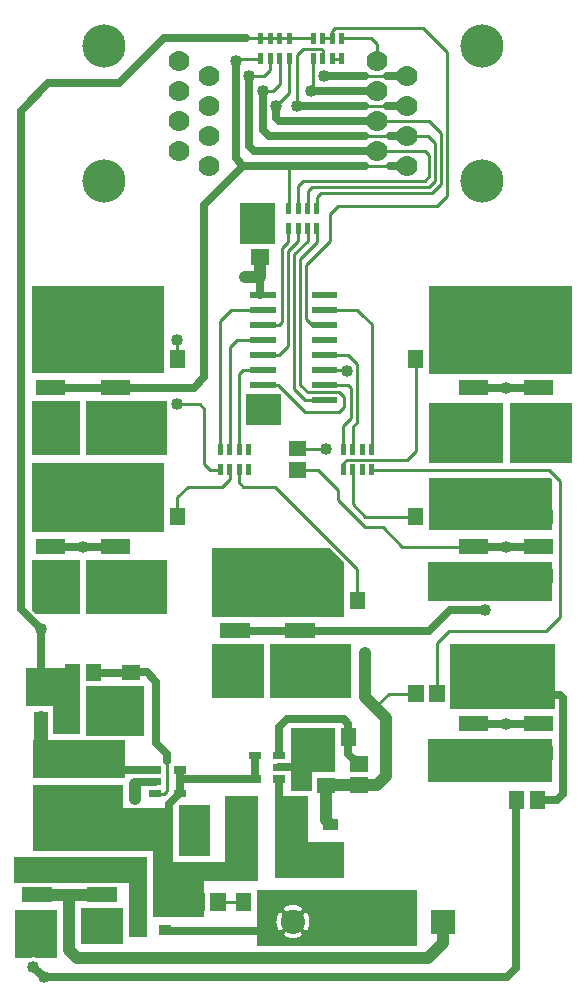
<source format=gbr>
G04 start of page 2 for group 0 idx 0 *
G04 Title: (unknown), component *
G04 Creator: pcb 20140316 *
G04 CreationDate: Wed 08 Jun 2016 07:53:43 PM GMT UTC *
G04 For: ndholmes *
G04 Format: Gerber/RS-274X *
G04 PCB-Dimensions (mil): 1900.00 3250.00 *
G04 PCB-Coordinate-Origin: lower left *
%MOIN*%
%FSLAX25Y25*%
%LNTOP*%
%ADD30C,0.0480*%
%ADD29C,0.1280*%
%ADD28C,0.0300*%
%ADD27C,0.0200*%
%ADD26R,0.0200X0.0200*%
%ADD25R,0.0167X0.0167*%
%ADD24R,0.0360X0.0360*%
%ADD23R,0.0340X0.0340*%
%ADD22R,0.0470X0.0470*%
%ADD21R,0.0230X0.0230*%
%ADD20R,0.0512X0.0512*%
%ADD19R,0.0240X0.0240*%
%ADD18C,0.0800*%
%ADD17C,0.1440*%
%ADD16C,0.0700*%
%ADD15C,0.0450*%
%ADD14C,0.0400*%
%ADD13C,0.0100*%
%ADD12C,0.0250*%
%ADD11C,0.0001*%
G54D11*G36*
X68000Y126000D02*Y149000D01*
X107379D01*
X112000Y144379D01*
Y126000D01*
X68000D01*
G37*
G36*
X140500Y172500D02*X180879D01*
X181500Y171879D01*
Y155000D01*
X140500D01*
Y172500D01*
G37*
G36*
X140000Y144500D02*X181500D01*
Y131500D01*
X159118D01*
X159000Y131509D01*
X158882Y131500D01*
X140000D01*
Y144500D01*
G37*
G36*
X140500Y236500D02*X188000D01*
Y207000D01*
X140500D01*
Y236500D01*
G37*
G36*
Y197500D02*X165000D01*
Y177500D01*
X140500D01*
Y197500D01*
G37*
G36*
X167500D02*X188000D01*
Y177500D01*
X167500D01*
Y197500D01*
G37*
G36*
X8500Y85000D02*X39000D01*
Y72500D01*
X8500D01*
Y85000D01*
G37*
G36*
Y70000D02*X38500D01*
Y57000D01*
X8500D01*
Y70000D01*
G37*
G36*
X26000Y98000D02*X43000D01*
Y86500D01*
X26000D01*
Y98000D01*
G37*
G36*
X15000Y109000D02*X24000D01*
Y87000D01*
X15000D01*
Y109000D01*
G37*
G36*
X6000D02*X24000D01*
Y96500D01*
X6000D01*
Y109000D01*
G37*
G36*
X55000Y48000D02*X8500D01*
Y62500D01*
X42382D01*
X42500Y62491D01*
X42618Y62500D01*
X55000D01*
Y48000D01*
G37*
G36*
X45500Y86500D02*X26000D01*
Y103000D01*
X45500D01*
Y86500D01*
G37*
G36*
X26000Y145000D02*X53000D01*
Y127000D01*
X26000D01*
Y145000D01*
G37*
G36*
X69500Y117000D02*X85500D01*
Y99000D01*
X69500D01*
Y117000D01*
G37*
G36*
X2500Y28500D02*X16500D01*
Y12500D01*
X9283D01*
X8986Y12571D01*
X8500Y12610D01*
X8014Y12571D01*
X7717Y12500D01*
X2500D01*
Y28500D01*
G37*
G36*
X24500Y29000D02*X38500D01*
Y17000D01*
X24500D01*
Y29000D01*
G37*
G36*
X2000Y46000D02*X38000D01*
Y37500D01*
X2000D01*
Y46000D01*
G37*
G36*
X35500D02*X46500D01*
Y37500D01*
X35500D01*
Y46000D01*
G37*
G36*
X40500D02*X46500D01*
Y19500D01*
X40500D01*
Y46000D01*
G37*
G36*
X79500Y200500D02*X90879D01*
X91000Y200379D01*
Y190000D01*
X79500D01*
Y200500D01*
G37*
G36*
X77500Y261000D02*X89000D01*
Y250500D01*
X77500D01*
Y261000D01*
G37*
G36*
Y264000D02*X89000D01*
Y253500D01*
X77500D01*
Y264000D01*
G37*
G36*
X8000Y198000D02*X24000D01*
Y180000D01*
X8000D01*
Y198000D01*
G37*
G36*
Y145000D02*X24000D01*
Y127000D01*
X9182D01*
X8000Y128182D01*
Y145000D01*
G37*
G36*
X26000Y198000D02*X53000D01*
Y180000D01*
X26000D01*
Y198000D01*
G37*
G36*
X8000Y154500D02*Y177500D01*
X52000D01*
Y154500D01*
X8000D01*
G37*
G36*
Y236500D02*X52000D01*
Y207500D01*
X8000D01*
Y236500D01*
G37*
G36*
X72500Y66500D02*X83500D01*
Y39000D01*
X72500D01*
Y66500D01*
G37*
G36*
X57000Y46500D02*Y63500D01*
X67500D01*
Y46500D01*
X57000D01*
G37*
G36*
X48500Y52000D02*X55000D01*
Y26000D01*
X48500D01*
Y52000D01*
G37*
G36*
X51000Y44500D02*X83500D01*
Y38000D01*
X51000D01*
Y44500D01*
G37*
G36*
X65500Y39500D02*Y26000D01*
X52500D01*
Y39500D01*
X65500D01*
G37*
G36*
X94500Y89000D02*X109000D01*
Y74500D01*
X94500D01*
Y89000D01*
G37*
G36*
X140000Y85500D02*X181500D01*
Y71000D01*
X140000D01*
Y85500D01*
G37*
G36*
X94500Y85000D02*X101500D01*
Y68000D01*
X94500D01*
Y85000D01*
G37*
G36*
X99493Y35000D02*X136500D01*
Y16500D01*
X99493D01*
Y21645D01*
X99578Y21681D01*
X99679Y21743D01*
X99769Y21819D01*
X99845Y21909D01*
X99905Y22011D01*
X100122Y22480D01*
X100289Y22969D01*
X100409Y23472D01*
X100482Y23984D01*
X100506Y24500D01*
X100482Y25016D01*
X100409Y25528D01*
X100289Y26031D01*
X100122Y26520D01*
X99910Y26992D01*
X99849Y27093D01*
X99772Y27184D01*
X99682Y27261D01*
X99580Y27323D01*
X99493Y27360D01*
Y35000D01*
G37*
G36*
X95002D02*X99493D01*
Y27360D01*
X99471Y27369D01*
X99355Y27397D01*
X99237Y27406D01*
X99119Y27397D01*
X99003Y27370D01*
X98893Y27324D01*
X98792Y27262D01*
X98702Y27186D01*
X98624Y27095D01*
X98562Y26994D01*
X98516Y26885D01*
X98489Y26769D01*
X98479Y26651D01*
X98488Y26532D01*
X98516Y26417D01*
X98563Y26308D01*
X98721Y25968D01*
X98842Y25612D01*
X98930Y25247D01*
X98982Y24875D01*
X99000Y24500D01*
X98982Y24125D01*
X98930Y23753D01*
X98842Y23388D01*
X98721Y23032D01*
X98567Y22690D01*
X98520Y22582D01*
X98493Y22467D01*
X98483Y22349D01*
X98493Y22232D01*
X98521Y22117D01*
X98566Y22008D01*
X98628Y21907D01*
X98705Y21818D01*
X98795Y21741D01*
X98895Y21680D01*
X99004Y21635D01*
X99119Y21607D01*
X99237Y21598D01*
X99355Y21608D01*
X99469Y21635D01*
X99493Y21645D01*
Y16500D01*
X95002D01*
Y18994D01*
X95516Y19018D01*
X96028Y19091D01*
X96531Y19211D01*
X97020Y19378D01*
X97492Y19590D01*
X97593Y19651D01*
X97684Y19728D01*
X97761Y19818D01*
X97823Y19920D01*
X97869Y20029D01*
X97897Y20145D01*
X97906Y20263D01*
X97897Y20381D01*
X97870Y20497D01*
X97824Y20607D01*
X97762Y20708D01*
X97686Y20798D01*
X97595Y20876D01*
X97494Y20938D01*
X97385Y20984D01*
X97269Y21011D01*
X97151Y21021D01*
X97032Y21012D01*
X96917Y20984D01*
X96808Y20937D01*
X96468Y20779D01*
X96112Y20658D01*
X95747Y20570D01*
X95375Y20518D01*
X95002Y20500D01*
Y28500D01*
X95375Y28482D01*
X95747Y28430D01*
X96112Y28342D01*
X96468Y28221D01*
X96810Y28067D01*
X96918Y28020D01*
X97033Y27993D01*
X97151Y27983D01*
X97268Y27993D01*
X97383Y28021D01*
X97492Y28066D01*
X97593Y28128D01*
X97682Y28205D01*
X97759Y28295D01*
X97820Y28395D01*
X97865Y28504D01*
X97893Y28619D01*
X97902Y28737D01*
X97892Y28855D01*
X97865Y28969D01*
X97819Y29078D01*
X97757Y29179D01*
X97681Y29269D01*
X97591Y29345D01*
X97489Y29405D01*
X97020Y29622D01*
X96531Y29789D01*
X96028Y29909D01*
X95516Y29982D01*
X95002Y30006D01*
Y35000D01*
G37*
G36*
X90507D02*X95002D01*
Y30006D01*
X95000Y30006D01*
X94484Y29982D01*
X93972Y29909D01*
X93469Y29789D01*
X92980Y29622D01*
X92508Y29410D01*
X92407Y29349D01*
X92316Y29272D01*
X92239Y29182D01*
X92177Y29080D01*
X92131Y28971D01*
X92103Y28855D01*
X92094Y28737D01*
X92103Y28619D01*
X92130Y28503D01*
X92176Y28393D01*
X92238Y28292D01*
X92314Y28202D01*
X92405Y28124D01*
X92506Y28062D01*
X92615Y28016D01*
X92731Y27989D01*
X92849Y27979D01*
X92968Y27988D01*
X93083Y28016D01*
X93192Y28063D01*
X93532Y28221D01*
X93888Y28342D01*
X94253Y28430D01*
X94625Y28482D01*
X95000Y28500D01*
X95002Y28500D01*
Y20500D01*
X95000Y20500D01*
X94625Y20518D01*
X94253Y20570D01*
X93888Y20658D01*
X93532Y20779D01*
X93190Y20933D01*
X93082Y20980D01*
X92967Y21007D01*
X92849Y21017D01*
X92732Y21007D01*
X92617Y20979D01*
X92508Y20934D01*
X92407Y20872D01*
X92318Y20795D01*
X92241Y20705D01*
X92180Y20605D01*
X92135Y20496D01*
X92107Y20381D01*
X92098Y20263D01*
X92108Y20145D01*
X92135Y20031D01*
X92181Y19922D01*
X92243Y19821D01*
X92319Y19731D01*
X92409Y19655D01*
X92511Y19595D01*
X92980Y19378D01*
X93469Y19211D01*
X93972Y19091D01*
X94484Y19018D01*
X95000Y18994D01*
X95002Y18994D01*
Y16500D01*
X90507D01*
Y21640D01*
X90529Y21631D01*
X90645Y21603D01*
X90763Y21594D01*
X90881Y21603D01*
X90997Y21630D01*
X91107Y21676D01*
X91208Y21738D01*
X91298Y21814D01*
X91376Y21905D01*
X91438Y22006D01*
X91484Y22115D01*
X91511Y22231D01*
X91521Y22349D01*
X91512Y22468D01*
X91484Y22583D01*
X91437Y22692D01*
X91279Y23032D01*
X91158Y23388D01*
X91070Y23753D01*
X91018Y24125D01*
X91000Y24500D01*
X91018Y24875D01*
X91070Y25247D01*
X91158Y25612D01*
X91279Y25968D01*
X91433Y26310D01*
X91480Y26418D01*
X91507Y26533D01*
X91517Y26651D01*
X91507Y26768D01*
X91479Y26883D01*
X91434Y26992D01*
X91372Y27093D01*
X91295Y27182D01*
X91205Y27259D01*
X91105Y27320D01*
X90996Y27365D01*
X90881Y27393D01*
X90763Y27402D01*
X90645Y27392D01*
X90531Y27365D01*
X90507Y27355D01*
Y35000D01*
G37*
G36*
X83000D02*X90507D01*
Y27355D01*
X90422Y27319D01*
X90321Y27257D01*
X90231Y27181D01*
X90155Y27091D01*
X90095Y26989D01*
X89878Y26520D01*
X89711Y26031D01*
X89591Y25528D01*
X89518Y25016D01*
X89494Y24500D01*
X89518Y23984D01*
X89591Y23472D01*
X89711Y22969D01*
X89878Y22480D01*
X90090Y22008D01*
X90151Y21907D01*
X90228Y21816D01*
X90318Y21739D01*
X90420Y21677D01*
X90507Y21640D01*
Y16500D01*
X83000D01*
Y35000D01*
G37*
G36*
X87500Y117000D02*X114500D01*
Y99000D01*
X87500D01*
Y117000D01*
G37*
G36*
X68000D02*X84000D01*
Y99000D01*
X68000D01*
Y117000D01*
G37*
G36*
X147500D02*X182500D01*
Y95500D01*
X147500D01*
Y117000D01*
G37*
G36*
X89000Y66500D02*X100000D01*
Y39000D01*
X89000D01*
Y66500D01*
G37*
G36*
X94000Y39000D02*Y51000D01*
X112000D01*
Y39000D01*
X94000D01*
G37*
G54D12*X119000Y276500D02*X78500D01*
X123000Y281500D02*X82000D01*
X119000Y286500D02*X87000D01*
X123000Y291500D02*X90500D01*
X89500Y292500D01*
X133000Y296500D02*X126500D01*
X133000Y306500D02*X126500D01*
G54D13*X117000D01*
X126500Y296500D02*X115000D01*
G54D12*X96500D02*X119000D01*
X123000Y301500D02*X101000D01*
X105500Y306500D02*X119000D01*
X87000Y286500D02*X85000Y288500D01*
Y301500D01*
X89500Y292500D02*Y296500D01*
G54D13*X88500Y301500D02*X85000D01*
G54D12*X76000Y279000D02*Y311500D01*
X80500Y283000D02*Y306500D01*
G54D13*X76152Y311652D02*X76000Y311500D01*
X84276Y312152D02*X77152D01*
X76000Y311000D01*
X81000Y306500D02*X80500Y307000D01*
X85500Y306500D02*X81000D01*
X90575Y303575D02*X88500Y301500D01*
X87425Y312152D02*Y308425D01*
X85500Y306500D01*
X90575Y312152D02*Y303575D01*
X93724Y312152D02*Y300724D01*
X89500Y296500D01*
X96500D02*Y313500D01*
X101776Y312152D02*Y302276D01*
X101000Y301500D01*
X84276Y318848D02*X93724D01*
X91652D02*X101776D01*
X87425D02*X75652D01*
X75500Y319000D01*
X111224Y318848D02*X121152D01*
X123000Y317000D01*
Y311500D01*
X109000Y322500D02*X138500D01*
X146500Y314500D01*
X96500Y313500D02*X98500Y315500D01*
X104500D01*
X105000Y315000D01*
X104925Y318848D02*X108075D01*
Y312152D02*X111224D01*
X105000Y315000D02*Y312227D01*
X104925Y312152D01*
X108000Y318848D02*Y321500D01*
X109000Y322500D01*
G54D12*X133000Y276500D02*X127500D01*
G54D13*X139000Y271500D02*X140500Y273000D01*
Y280000D01*
X139000Y281500D01*
X122500D01*
X127500Y286500D02*X116000D01*
X127500Y276500D02*X118000D01*
X98500Y271500D02*X139000D01*
X101500Y269500D02*X140500D01*
X141500Y267500D02*X104500D01*
X103000Y266000D01*
X110000Y263000D02*X143000D01*
X146500Y266500D01*
G54D12*X133000Y286500D02*X127500D01*
G54D13*X140000D02*X133000D01*
X123000Y291500D02*X140500D01*
X144500Y287500D01*
X140500Y269500D02*X142500Y271500D01*
Y284000D01*
X144500Y287500D02*Y270500D01*
X141500Y267500D01*
X146500Y266500D02*Y270000D01*
X142500Y284000D02*X140000Y286500D01*
X146500Y314500D02*Y266500D01*
G54D12*X78500Y276500D02*X76000Y279000D01*
X82000Y281500D02*X80500Y283000D01*
X65500Y206000D02*Y263500D01*
X78500Y276500D01*
X176825Y202500D02*X155175D01*
X176825Y149500D02*X155175D01*
G54D13*X113000Y178500D02*X133000D01*
X121224Y175152D02*X180348D01*
X184000Y171500D01*
X133000Y178500D02*X136000Y181500D01*
X119000Y159500D02*X135914D01*
X105914Y182086D02*X106000Y182000D01*
X110000Y168500D02*Y165000D01*
X131500Y149500D02*X156500D01*
X136000Y181500D02*Y211914D01*
X135914Y212000D01*
X116500Y210500D02*X113500Y213500D01*
X121224Y181848D02*Y223776D01*
X114925Y163575D02*X119000Y159500D01*
X96500Y175000D02*X103500D01*
X110000Y168500D01*
Y165000D02*X119000Y156000D01*
X116500Y142000D02*Y134000D01*
X119000Y156000D02*X125000D01*
X131500Y149500D01*
G54D12*X155175Y90500D02*X176825D01*
X169500Y64957D02*X169457Y65000D01*
G54D13*X184000Y171500D02*Y126000D01*
G54D12*X185000Y98000D02*Y67000D01*
X183000Y65000D01*
X184000Y100000D02*X185000Y99000D01*
Y96000D01*
G54D13*X184000Y126000D02*X179500Y121500D01*
G54D12*X183000Y65000D02*X176543D01*
G54D13*X179500Y121500D02*X147000D01*
X143000Y117500D01*
Y100543D01*
X143043Y100500D01*
G54D12*X140500Y121500D02*X147500Y128500D01*
X159000D01*
G54D14*X145000Y24500D02*Y17500D01*
X140000Y12500D01*
G54D12*X169500Y15500D02*Y64957D01*
Y19500D02*Y9000D01*
X166500Y6000D01*
X178500Y100000D02*X184000D01*
G54D13*X116500Y135500D02*Y131543D01*
X116543Y131500D01*
G54D12*X96000Y121500D02*X140500D01*
G54D14*X106000Y70000D02*X116957D01*
X111500D02*X123000D01*
X126000Y73000D01*
X116957Y70000D02*X117000Y69957D01*
G54D12*X113500Y86500D02*Y80500D01*
X112000Y92000D02*X113500Y90500D01*
Y86000D01*
Y80500D02*X117000Y77000D01*
G54D14*X126000Y73000D02*Y92500D01*
X119000Y99500D01*
Y114000D01*
G54D13*X136000Y100500D02*X127000D01*
X122500Y96000D01*
X93552Y262196D02*Y276448D01*
X91500Y249000D02*X93500Y251000D01*
Y255448D01*
X93552Y255500D01*
X93500Y248000D02*Y243500D01*
X93552Y276448D02*X93500Y276500D01*
X96701Y262196D02*Y269701D01*
Y255500D02*Y251201D01*
X93500Y248000D01*
X99851Y251351D02*X95500Y247000D01*
X105500Y228500D02*X116500D01*
X118500Y226500D01*
X121224Y223776D02*X117500Y227500D01*
X85000Y223500D02*X90500D01*
X91500Y224500D01*
Y249000D01*
X95500Y247000D02*Y243000D01*
G54D14*X84000Y246000D02*Y239500D01*
G54D12*Y233500D02*Y239500D01*
G54D13*X105500Y223500D02*X101500D01*
X99500Y225500D01*
Y243500D01*
X107500Y251500D01*
X96701Y269701D02*X98500Y271500D01*
X99851Y262196D02*Y267851D01*
X101500Y269500D01*
X103000Y266000D02*Y262196D01*
X97500Y245500D02*X103000Y251000D01*
X99851Y255500D02*Y251351D01*
X103000Y251000D02*Y255500D01*
X107500Y251500D02*Y260500D01*
X110000Y263000D01*
G54D12*X14175Y202500D02*X35825D01*
X14218Y149500D02*X35868D01*
G54D13*X60000Y169500D02*X56500Y166000D01*
Y159543D01*
X56543Y159500D01*
G54D12*X11000Y122000D02*X4250Y128750D01*
Y294750D01*
G54D13*X56500Y218500D02*Y212043D01*
X56543Y212000D01*
X56500Y197000D02*X64000D01*
X65500Y195500D01*
Y192000D01*
X85000Y213500D02*X90500D01*
X73925Y215925D02*X76500Y218500D01*
X85000D01*
X90500Y213500D02*X93500Y216500D01*
Y245500D01*
X74500Y228500D02*X85000D01*
G54D14*X84000Y239500D02*X79000D01*
G54D13*X78500Y208500D02*X85000D01*
Y203500D02*X90000D01*
G54D12*X75675Y121500D02*X97325D01*
G54D13*X77000Y175000D02*Y171000D01*
X78500Y169500D01*
X89000D01*
X95500Y202000D02*Y245000D01*
X97500Y203500D02*Y245500D01*
X105500Y203500D02*X113500D01*
X114500Y202500D01*
X112000Y199500D02*X110500Y201000D01*
X113500Y213500D02*X105500D01*
Y208500D02*X112500D01*
X113000Y208000D01*
X105500Y198500D02*X99000D01*
Y194500D02*X110500D01*
X99000Y198500D02*X95500Y202000D01*
X90000Y203500D02*X99000Y194500D01*
X110500Y201000D02*X100000D01*
X97500Y203500D01*
X111776Y181848D02*Y189776D01*
X114500Y192500D01*
X114925Y181848D02*Y189425D01*
X116500Y191000D01*
Y210500D01*
X114500Y202500D02*Y194000D01*
Y192500D02*Y196500D01*
X110500Y194500D02*X112000Y196000D01*
Y199500D01*
X114925Y175152D02*Y163575D01*
X111776Y175152D02*Y177276D01*
X113000Y178500D01*
X96500Y182086D02*X105914D01*
X89000Y169500D02*X116500Y142000D01*
X70776Y181848D02*Y224776D01*
X74500Y228500D01*
X73925Y181848D02*Y215925D01*
X77075Y181848D02*Y207075D01*
X78500Y208500D01*
X73925Y175152D02*Y171925D01*
X65500Y195500D02*Y180000D01*
X70776Y175152D02*X67348D01*
X65500Y177000D01*
Y182000D01*
X73925Y171925D02*X71500Y169500D01*
X60000D01*
G54D12*X35000Y202500D02*X62000D01*
X65500Y206000D01*
X4250Y294750D02*X13500Y304000D01*
X37000D01*
X52000Y319000D01*
X79500D01*
G54D14*X140000Y12500D02*X23000D01*
G54D12*X166500Y6000D02*X12000D01*
X8500Y9500D02*X12000Y6000D01*
G54D14*X23000Y12500D02*X20500Y15000D01*
Y33500D01*
X9675D01*
X31325D02*X15500D01*
X9675Y43300D02*X31325D01*
G54D13*X70043Y31000D02*X78457D01*
G54D12*X87000Y21500D02*X52373D01*
X52187Y21687D01*
G54D13*X53000Y78000D02*Y68000D01*
G54D12*X57375Y67200D02*Y75000D01*
X82300Y72000D02*X57375D01*
X82300Y79800D02*Y72000D01*
X90500Y61500D02*Y72000D01*
G54D14*X106000Y69914D02*Y58400D01*
X107500Y56900D01*
G54D12*X90500Y76000D02*X98500D01*
X90500Y80000D02*Y89500D01*
X93000Y92000D01*
X112000D01*
X53700Y57700D02*Y63800D01*
X57000Y67100D01*
X43175Y75000D02*X38500D01*
X49175Y71100D02*X43100D01*
X42500Y70500D01*
X42000Y75000D02*X49175D01*
X49500Y84000D02*X53000Y80500D01*
Y78000D01*
X57375Y67200D02*X56700D01*
G54D13*X53000Y68000D02*X52000Y67000D01*
X49375D01*
X49175Y67200D01*
G54D14*X42500Y70500D02*Y65500D01*
G54D12*X28543Y107500D02*X40957D01*
X41000Y107543D01*
X46457D01*
X49500Y104500D01*
Y84000D01*
G54D15*X11127Y79500D02*Y92373D01*
G54D12*X11000Y105400D02*Y122000D01*
G54D16*X133000Y276500D03*
X123000Y281500D03*
X133000Y286500D03*
X123000Y291500D03*
X133000Y296500D03*
X123000Y301500D03*
X133000Y306500D03*
X123000Y311500D03*
G54D17*X158000Y271500D03*
Y316500D03*
G54D11*G36*
X141000Y28500D02*Y20500D01*
X149000D01*
Y28500D01*
X141000D01*
G37*
G54D18*X95000Y24500D03*
G54D16*X67000Y296500D03*
X57000Y291500D03*
X67000Y286500D03*
X57000Y281500D03*
Y311500D03*
X67000Y306500D03*
X57000Y301500D03*
X67000Y276500D03*
G54D17*X32000Y316500D03*
Y271500D03*
G54D19*X81500Y79800D02*X83100D01*
X81500Y72000D02*X83100D01*
X89700Y75900D02*X91300D01*
G54D20*X116607Y77043D02*X117393D01*
X105607Y77000D02*X106393D01*
G54D19*X89700Y72000D02*X91300D01*
G54D20*X169457Y65393D02*Y64607D01*
X176543Y65393D02*Y64607D01*
X116607Y69957D02*X117393D01*
X105607Y69914D02*X106393D01*
G54D21*X91600Y63700D02*X97200D01*
G54D19*X89700Y79800D02*X91300D01*
G54D22*X152600Y80700D02*X157750D01*
X174250D02*X179400D01*
G54D20*X106414Y86393D02*Y85607D01*
X113500Y86393D02*Y85607D01*
X135957Y100893D02*Y100107D01*
X143043Y100893D02*Y100107D01*
G54D22*X152600Y90500D02*X157750D01*
X152600Y100300D02*X157750D01*
X174250Y90500D02*X179400D01*
X174250Y100300D02*X179400D01*
G54D20*X40607Y100457D02*X41393D01*
X40607Y107543D02*X41393D01*
X28543Y107893D02*Y107107D01*
X21457Y107893D02*Y107107D01*
G54D22*X73100Y111700D02*X78250D01*
X94750D02*X99900D01*
X73100Y121500D02*X78250D01*
X94750D02*X99900D01*
X73100Y131300D02*X78250D01*
X94750D02*X99900D01*
G54D20*X109457Y131893D02*Y131107D01*
X116543Y131893D02*Y131107D01*
G54D19*X56575Y67200D02*X58175D01*
X56575Y75000D02*X58175D01*
X48375D02*X49975D01*
X48375Y71100D02*X49975D01*
X48375Y67200D02*X49975D01*
G54D22*X7100Y23700D02*X12250D01*
X7100Y33500D02*X12250D01*
X7100Y43300D02*X12250D01*
X28750Y23700D02*X33900D01*
G54D23*X51887Y21687D02*X52487D01*
X51887Y29487D02*X52487D01*
X43687Y25587D02*X44287D01*
G54D22*X28750Y33500D02*X33900D01*
G54D20*X70043Y31393D02*Y30607D01*
X85543Y31393D02*Y30607D01*
X78457Y31393D02*Y30607D01*
X62957Y31393D02*Y30607D01*
X52457Y55893D02*Y55107D01*
X59543Y55893D02*Y55107D01*
G54D21*X75800Y63700D02*Y42300D01*
G54D11*G36*
X76950Y49044D02*X82544Y43450D01*
X80423Y41329D01*
X74829Y46923D01*
X76950Y49044D01*
G37*
G36*
X74829Y59077D02*X80423Y64671D01*
X82544Y62550D01*
X76950Y56956D01*
X74829Y59077D01*
G37*
G36*
X74950Y45450D02*Y41450D01*
X78950D01*
Y45450D01*
X74950D01*
G37*
G36*
Y64550D02*Y60550D01*
X78950D01*
Y64550D01*
X74950D01*
G37*
G54D21*X75800Y42300D02*X81400D01*
X75800Y63700D02*X81400D01*
X97200D02*Y42300D01*
X91600D02*X97200D01*
G54D11*G36*
X90456Y43450D02*X96050Y49044D01*
X98171Y46923D01*
X92577Y41329D01*
X90456Y43450D01*
G37*
G36*
X92577Y64671D02*X98171Y59077D01*
X96050Y56956D01*
X90456Y62550D01*
X92577Y64671D01*
G37*
G36*
X94050Y45450D02*Y41450D01*
X98050D01*
Y45450D01*
X94050D01*
G37*
G36*
Y64550D02*Y60550D01*
X98050D01*
Y64550D01*
X94050D01*
G37*
G54D24*X106900Y44000D02*X108100D01*
X106900Y56900D02*X108100D01*
G54D22*X28750Y43300D02*X33900D01*
G54D21*X32513Y66087D02*Y60487D01*
G54D11*G36*
X25769Y61637D02*X31363Y67231D01*
X33485Y65110D01*
X27890Y59515D01*
X25769Y61637D01*
G37*
G36*
X29363Y63637D02*Y59637D01*
X33363D01*
Y63637D01*
X29363D01*
G37*
G54D21*X11113Y60487D02*X32513D01*
X11113Y66087D02*Y60487D01*
G54D11*G36*
X12263Y67231D02*X17858Y61637D01*
X15736Y59515D01*
X10142Y65110D01*
X12263Y67231D01*
G37*
G36*
X10263Y63637D02*Y59637D01*
X14263D01*
Y63637D01*
X10263D01*
G37*
G54D21*X11113Y81887D02*X32513D01*
X11113D02*Y76287D01*
G54D11*G36*
X10142Y77264D02*X15736Y82858D01*
X17858Y80737D01*
X12263Y75142D01*
X10142Y77264D01*
G37*
G36*
X10263Y82737D02*Y78737D01*
X14263D01*
Y82737D01*
X10263D01*
G37*
G54D24*X10400Y92500D02*X11600D01*
X10400Y105400D02*X11600D01*
G54D20*X21457Y92393D02*Y91607D01*
X28543Y92393D02*Y91607D01*
G54D21*X32513Y81887D02*Y76287D01*
G54D11*G36*
X27890Y82858D02*X33485Y77264D01*
X31363Y75142D01*
X25769Y80737D01*
X27890Y82858D01*
G37*
G36*
X29363Y82737D02*Y78737D01*
X33363D01*
Y82737D01*
X29363D01*
G37*
G54D25*X103000Y263131D02*Y261261D01*
X99851Y263131D02*Y261261D01*
X96701Y263131D02*Y261261D01*
X93552Y263131D02*Y261261D01*
Y256435D02*Y254565D01*
X96701Y256435D02*Y254565D01*
X99851Y256435D02*Y254565D01*
X103000Y256435D02*Y254565D01*
G54D20*X83607Y245957D02*X84393D01*
X83607Y253043D02*X84393D01*
G54D25*X84276Y313087D02*Y311217D01*
Y319783D02*Y317913D01*
X87425Y313087D02*Y311217D01*
X90575Y313087D02*Y311217D01*
X93724Y313087D02*Y311217D01*
Y319783D02*Y317913D01*
X90575Y319783D02*Y317913D01*
X87425Y319783D02*Y317913D01*
X111224Y319783D02*Y317913D01*
Y313087D02*Y311217D01*
X108075Y319783D02*Y317913D01*
Y313087D02*Y311217D01*
X104925Y319783D02*Y317913D01*
Y313087D02*Y311217D01*
X101776Y319783D02*Y317913D01*
Y313087D02*Y311217D01*
G54D20*X143000Y159893D02*Y159107D01*
G54D22*X152600Y159300D02*X157750D01*
X174250D02*X179400D01*
X152600Y139700D02*X157750D01*
X152600Y149500D02*X157750D01*
X174250Y139700D02*X179400D01*
X174250Y149500D02*X179400D01*
G54D20*X49457Y212393D02*Y211607D01*
G54D22*X33250Y192700D02*X38400D01*
X33250Y202500D02*X38400D01*
X33250Y212300D02*X38400D01*
G54D20*X56543Y212393D02*Y211607D01*
G54D22*X11600Y192700D02*X16750D01*
X11600Y202500D02*X16750D01*
X11600Y212300D02*X16750D01*
G54D20*X96107Y182086D02*X96893D01*
X96107Y175000D02*X96893D01*
G54D25*X111776Y176087D02*Y174217D01*
X114925Y176087D02*Y174217D01*
X118075Y176087D02*Y174217D01*
X121224Y176087D02*Y174217D01*
Y182783D02*Y180913D01*
X118075Y182783D02*Y180913D01*
X114925Y182783D02*Y180913D01*
X111776Y182783D02*Y180913D01*
G54D26*X102250Y198500D02*X108750D01*
X102250Y203500D02*X108750D01*
X102250Y208500D02*X108750D01*
X102250Y213500D02*X108750D01*
X102250Y218500D02*X108750D01*
X102250Y223500D02*X108750D01*
X102250Y228500D02*X108750D01*
X102250Y233500D02*X108750D01*
G54D20*X49457Y159893D02*Y159107D01*
G54D22*X33293Y139700D02*X38443D01*
X33293Y149500D02*X38443D01*
X33293Y159300D02*X38443D01*
G54D20*X56543Y159893D02*Y159107D01*
G54D22*X11643Y139700D02*X16793D01*
X11643Y149500D02*X16793D01*
X11643Y159300D02*X16793D01*
G54D25*X70776Y176087D02*Y174217D01*
X73925Y176087D02*Y174217D01*
X77075Y176087D02*Y174217D01*
X80224Y176087D02*Y174217D01*
Y182783D02*Y180913D01*
X77075Y182783D02*Y180913D01*
X73925Y182783D02*Y180913D01*
X70776Y182783D02*Y180913D01*
G54D26*X81750Y233500D02*X88250D01*
X81750Y228500D02*X88250D01*
X81750Y223500D02*X88250D01*
X81750Y218500D02*X88250D01*
X81750Y213500D02*X88250D01*
X81750Y208500D02*X88250D01*
X81750Y203500D02*X88250D01*
X81750Y198500D02*X88250D01*
G54D20*X135914Y159893D02*Y159107D01*
Y212393D02*Y211607D01*
X143000Y212393D02*Y211607D01*
G54D22*X152600Y192700D02*X157750D01*
X152600Y202500D02*X157750D01*
X152600Y212300D02*X157750D01*
X174250Y192700D02*X179400D01*
X174250Y202500D02*X179400D01*
X174250Y212300D02*X179400D01*
G54D14*X25043Y149500D03*
X11000Y122000D03*
X12000Y6000D03*
X8500Y9500D03*
X42500Y70500D03*
Y65500D03*
X65000Y55000D03*
Y49500D03*
X59500D03*
X35000Y89500D03*
X40000D03*
Y94500D03*
X35000D03*
X34500Y100000D03*
X25000Y159500D03*
X22000Y212500D03*
X28000D03*
X44000Y159000D03*
X56500Y218500D03*
Y197000D03*
X89500Y296500D03*
X96500D03*
X101000Y301500D03*
X105500Y306500D03*
X76000Y311500D03*
X85000Y301500D03*
X80500Y306500D03*
X166000Y202500D03*
X113000Y208000D03*
X106000Y182000D03*
X185000Y212500D03*
X82500Y193000D03*
X79000Y239500D03*
X84000D03*
X80500Y261000D03*
X85500D03*
X87500Y193000D03*
X153000Y218000D03*
X155500Y165500D03*
X149500D03*
X166000Y149500D03*
X159000Y128500D03*
X166000Y90500D03*
X83500Y131500D03*
X89500D03*
X119000Y114000D03*
Y107000D03*
X65000Y60500D03*
X98000Y81000D03*
Y71000D03*
Y76000D03*
Y86000D03*
X106000Y29500D03*
X112000D03*
X118000D03*
X106000Y21500D03*
X112000D03*
X118000D03*
X123500Y29500D03*
X129500D03*
X123500Y21500D03*
X129500D03*
G54D27*G54D28*G54D29*G54D30*G54D28*G54D29*M02*

</source>
